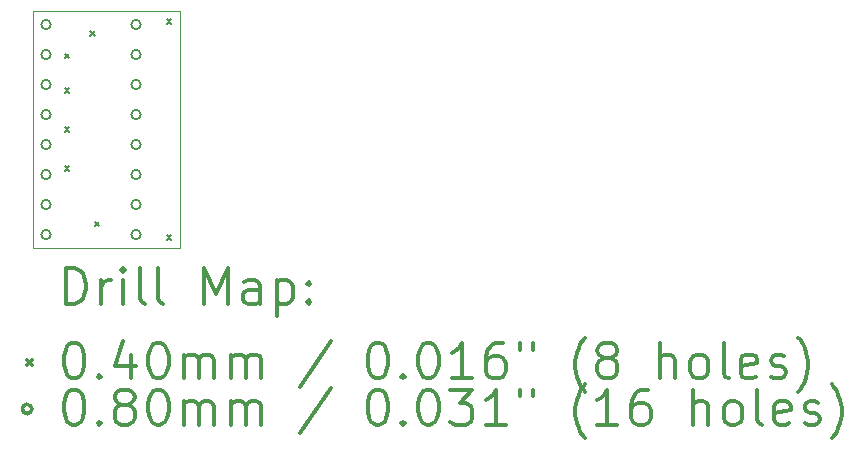
<source format=gbr>
%FSLAX45Y45*%
G04 Gerber Fmt 4.5, Leading zero omitted, Abs format (unit mm)*
G04 Created by KiCad (PCBNEW (5.1.5)-3) date 2020-06-23 04:08:37*
%MOMM*%
%LPD*%
G04 APERTURE LIST*
%TA.AperFunction,Profile*%
%ADD10C,0.120000*%
%TD*%
%ADD11C,0.200000*%
%ADD12C,0.300000*%
G04 APERTURE END LIST*
D10*
X11798300Y-9004300D02*
X11798300Y-6997700D01*
X10553700Y-9004300D02*
X11798300Y-9004300D01*
X10553700Y-6997700D02*
X10553700Y-9004300D01*
X11798300Y-6997700D02*
X10553700Y-6997700D01*
D11*
X10825800Y-7358700D02*
X10865800Y-7398700D01*
X10865800Y-7358700D02*
X10825800Y-7398700D01*
X10825800Y-7650800D02*
X10865800Y-7690800D01*
X10865800Y-7650800D02*
X10825800Y-7690800D01*
X10825800Y-7981000D02*
X10865800Y-8021000D01*
X10865800Y-7981000D02*
X10825800Y-8021000D01*
X10825800Y-8311200D02*
X10865800Y-8351200D01*
X10865800Y-8311200D02*
X10825800Y-8351200D01*
X11041700Y-7168200D02*
X11081700Y-7208200D01*
X11081700Y-7168200D02*
X11041700Y-7208200D01*
X11079800Y-8781100D02*
X11119800Y-8821100D01*
X11119800Y-8781100D02*
X11079800Y-8821100D01*
X11689400Y-7066600D02*
X11729400Y-7106600D01*
X11729400Y-7066600D02*
X11689400Y-7106600D01*
X11689400Y-8895400D02*
X11729400Y-8935400D01*
X11729400Y-8895400D02*
X11689400Y-8935400D01*
X10708000Y-7112000D02*
G75*
G03X10708000Y-7112000I-40000J0D01*
G01*
X10708000Y-7366000D02*
G75*
G03X10708000Y-7366000I-40000J0D01*
G01*
X10708000Y-7620000D02*
G75*
G03X10708000Y-7620000I-40000J0D01*
G01*
X10708000Y-7874000D02*
G75*
G03X10708000Y-7874000I-40000J0D01*
G01*
X10708000Y-8128000D02*
G75*
G03X10708000Y-8128000I-40000J0D01*
G01*
X10708000Y-8382000D02*
G75*
G03X10708000Y-8382000I-40000J0D01*
G01*
X10708000Y-8636000D02*
G75*
G03X10708000Y-8636000I-40000J0D01*
G01*
X10708000Y-8890000D02*
G75*
G03X10708000Y-8890000I-40000J0D01*
G01*
X11470000Y-7112000D02*
G75*
G03X11470000Y-7112000I-40000J0D01*
G01*
X11470000Y-7366000D02*
G75*
G03X11470000Y-7366000I-40000J0D01*
G01*
X11470000Y-7620000D02*
G75*
G03X11470000Y-7620000I-40000J0D01*
G01*
X11470000Y-7874000D02*
G75*
G03X11470000Y-7874000I-40000J0D01*
G01*
X11470000Y-8128000D02*
G75*
G03X11470000Y-8128000I-40000J0D01*
G01*
X11470000Y-8382000D02*
G75*
G03X11470000Y-8382000I-40000J0D01*
G01*
X11470000Y-8636000D02*
G75*
G03X11470000Y-8636000I-40000J0D01*
G01*
X11470000Y-8890000D02*
G75*
G03X11470000Y-8890000I-40000J0D01*
G01*
D12*
X10834128Y-9476014D02*
X10834128Y-9176014D01*
X10905557Y-9176014D01*
X10948414Y-9190300D01*
X10976986Y-9218872D01*
X10991271Y-9247443D01*
X11005557Y-9304586D01*
X11005557Y-9347443D01*
X10991271Y-9404586D01*
X10976986Y-9433157D01*
X10948414Y-9461729D01*
X10905557Y-9476014D01*
X10834128Y-9476014D01*
X11134128Y-9476014D02*
X11134128Y-9276014D01*
X11134128Y-9333157D02*
X11148414Y-9304586D01*
X11162700Y-9290300D01*
X11191271Y-9276014D01*
X11219843Y-9276014D01*
X11319843Y-9476014D02*
X11319843Y-9276014D01*
X11319843Y-9176014D02*
X11305557Y-9190300D01*
X11319843Y-9204586D01*
X11334128Y-9190300D01*
X11319843Y-9176014D01*
X11319843Y-9204586D01*
X11505557Y-9476014D02*
X11476986Y-9461729D01*
X11462700Y-9433157D01*
X11462700Y-9176014D01*
X11662700Y-9476014D02*
X11634128Y-9461729D01*
X11619843Y-9433157D01*
X11619843Y-9176014D01*
X12005557Y-9476014D02*
X12005557Y-9176014D01*
X12105557Y-9390300D01*
X12205557Y-9176014D01*
X12205557Y-9476014D01*
X12476986Y-9476014D02*
X12476986Y-9318872D01*
X12462700Y-9290300D01*
X12434128Y-9276014D01*
X12376986Y-9276014D01*
X12348414Y-9290300D01*
X12476986Y-9461729D02*
X12448414Y-9476014D01*
X12376986Y-9476014D01*
X12348414Y-9461729D01*
X12334128Y-9433157D01*
X12334128Y-9404586D01*
X12348414Y-9376014D01*
X12376986Y-9361729D01*
X12448414Y-9361729D01*
X12476986Y-9347443D01*
X12619843Y-9276014D02*
X12619843Y-9576014D01*
X12619843Y-9290300D02*
X12648414Y-9276014D01*
X12705557Y-9276014D01*
X12734128Y-9290300D01*
X12748414Y-9304586D01*
X12762700Y-9333157D01*
X12762700Y-9418872D01*
X12748414Y-9447443D01*
X12734128Y-9461729D01*
X12705557Y-9476014D01*
X12648414Y-9476014D01*
X12619843Y-9461729D01*
X12891271Y-9447443D02*
X12905557Y-9461729D01*
X12891271Y-9476014D01*
X12876986Y-9461729D01*
X12891271Y-9447443D01*
X12891271Y-9476014D01*
X12891271Y-9290300D02*
X12905557Y-9304586D01*
X12891271Y-9318872D01*
X12876986Y-9304586D01*
X12891271Y-9290300D01*
X12891271Y-9318872D01*
X10507700Y-9950300D02*
X10547700Y-9990300D01*
X10547700Y-9950300D02*
X10507700Y-9990300D01*
X10891271Y-9806014D02*
X10919843Y-9806014D01*
X10948414Y-9820300D01*
X10962700Y-9834586D01*
X10976986Y-9863157D01*
X10991271Y-9920300D01*
X10991271Y-9991729D01*
X10976986Y-10048872D01*
X10962700Y-10077443D01*
X10948414Y-10091729D01*
X10919843Y-10106014D01*
X10891271Y-10106014D01*
X10862700Y-10091729D01*
X10848414Y-10077443D01*
X10834128Y-10048872D01*
X10819843Y-9991729D01*
X10819843Y-9920300D01*
X10834128Y-9863157D01*
X10848414Y-9834586D01*
X10862700Y-9820300D01*
X10891271Y-9806014D01*
X11119843Y-10077443D02*
X11134128Y-10091729D01*
X11119843Y-10106014D01*
X11105557Y-10091729D01*
X11119843Y-10077443D01*
X11119843Y-10106014D01*
X11391271Y-9906014D02*
X11391271Y-10106014D01*
X11319843Y-9791729D02*
X11248414Y-10006014D01*
X11434128Y-10006014D01*
X11605557Y-9806014D02*
X11634128Y-9806014D01*
X11662700Y-9820300D01*
X11676986Y-9834586D01*
X11691271Y-9863157D01*
X11705557Y-9920300D01*
X11705557Y-9991729D01*
X11691271Y-10048872D01*
X11676986Y-10077443D01*
X11662700Y-10091729D01*
X11634128Y-10106014D01*
X11605557Y-10106014D01*
X11576986Y-10091729D01*
X11562700Y-10077443D01*
X11548414Y-10048872D01*
X11534128Y-9991729D01*
X11534128Y-9920300D01*
X11548414Y-9863157D01*
X11562700Y-9834586D01*
X11576986Y-9820300D01*
X11605557Y-9806014D01*
X11834128Y-10106014D02*
X11834128Y-9906014D01*
X11834128Y-9934586D02*
X11848414Y-9920300D01*
X11876986Y-9906014D01*
X11919843Y-9906014D01*
X11948414Y-9920300D01*
X11962700Y-9948872D01*
X11962700Y-10106014D01*
X11962700Y-9948872D02*
X11976986Y-9920300D01*
X12005557Y-9906014D01*
X12048414Y-9906014D01*
X12076986Y-9920300D01*
X12091271Y-9948872D01*
X12091271Y-10106014D01*
X12234128Y-10106014D02*
X12234128Y-9906014D01*
X12234128Y-9934586D02*
X12248414Y-9920300D01*
X12276986Y-9906014D01*
X12319843Y-9906014D01*
X12348414Y-9920300D01*
X12362700Y-9948872D01*
X12362700Y-10106014D01*
X12362700Y-9948872D02*
X12376986Y-9920300D01*
X12405557Y-9906014D01*
X12448414Y-9906014D01*
X12476986Y-9920300D01*
X12491271Y-9948872D01*
X12491271Y-10106014D01*
X13076986Y-9791729D02*
X12819843Y-10177443D01*
X13462700Y-9806014D02*
X13491271Y-9806014D01*
X13519843Y-9820300D01*
X13534128Y-9834586D01*
X13548414Y-9863157D01*
X13562700Y-9920300D01*
X13562700Y-9991729D01*
X13548414Y-10048872D01*
X13534128Y-10077443D01*
X13519843Y-10091729D01*
X13491271Y-10106014D01*
X13462700Y-10106014D01*
X13434128Y-10091729D01*
X13419843Y-10077443D01*
X13405557Y-10048872D01*
X13391271Y-9991729D01*
X13391271Y-9920300D01*
X13405557Y-9863157D01*
X13419843Y-9834586D01*
X13434128Y-9820300D01*
X13462700Y-9806014D01*
X13691271Y-10077443D02*
X13705557Y-10091729D01*
X13691271Y-10106014D01*
X13676986Y-10091729D01*
X13691271Y-10077443D01*
X13691271Y-10106014D01*
X13891271Y-9806014D02*
X13919843Y-9806014D01*
X13948414Y-9820300D01*
X13962700Y-9834586D01*
X13976986Y-9863157D01*
X13991271Y-9920300D01*
X13991271Y-9991729D01*
X13976986Y-10048872D01*
X13962700Y-10077443D01*
X13948414Y-10091729D01*
X13919843Y-10106014D01*
X13891271Y-10106014D01*
X13862700Y-10091729D01*
X13848414Y-10077443D01*
X13834128Y-10048872D01*
X13819843Y-9991729D01*
X13819843Y-9920300D01*
X13834128Y-9863157D01*
X13848414Y-9834586D01*
X13862700Y-9820300D01*
X13891271Y-9806014D01*
X14276986Y-10106014D02*
X14105557Y-10106014D01*
X14191271Y-10106014D02*
X14191271Y-9806014D01*
X14162700Y-9848872D01*
X14134128Y-9877443D01*
X14105557Y-9891729D01*
X14534128Y-9806014D02*
X14476986Y-9806014D01*
X14448414Y-9820300D01*
X14434128Y-9834586D01*
X14405557Y-9877443D01*
X14391271Y-9934586D01*
X14391271Y-10048872D01*
X14405557Y-10077443D01*
X14419843Y-10091729D01*
X14448414Y-10106014D01*
X14505557Y-10106014D01*
X14534128Y-10091729D01*
X14548414Y-10077443D01*
X14562700Y-10048872D01*
X14562700Y-9977443D01*
X14548414Y-9948872D01*
X14534128Y-9934586D01*
X14505557Y-9920300D01*
X14448414Y-9920300D01*
X14419843Y-9934586D01*
X14405557Y-9948872D01*
X14391271Y-9977443D01*
X14676986Y-9806014D02*
X14676986Y-9863157D01*
X14791271Y-9806014D02*
X14791271Y-9863157D01*
X15234128Y-10220300D02*
X15219843Y-10206014D01*
X15191271Y-10163157D01*
X15176986Y-10134586D01*
X15162700Y-10091729D01*
X15148414Y-10020300D01*
X15148414Y-9963157D01*
X15162700Y-9891729D01*
X15176986Y-9848872D01*
X15191271Y-9820300D01*
X15219843Y-9777443D01*
X15234128Y-9763157D01*
X15391271Y-9934586D02*
X15362700Y-9920300D01*
X15348414Y-9906014D01*
X15334128Y-9877443D01*
X15334128Y-9863157D01*
X15348414Y-9834586D01*
X15362700Y-9820300D01*
X15391271Y-9806014D01*
X15448414Y-9806014D01*
X15476986Y-9820300D01*
X15491271Y-9834586D01*
X15505557Y-9863157D01*
X15505557Y-9877443D01*
X15491271Y-9906014D01*
X15476986Y-9920300D01*
X15448414Y-9934586D01*
X15391271Y-9934586D01*
X15362700Y-9948872D01*
X15348414Y-9963157D01*
X15334128Y-9991729D01*
X15334128Y-10048872D01*
X15348414Y-10077443D01*
X15362700Y-10091729D01*
X15391271Y-10106014D01*
X15448414Y-10106014D01*
X15476986Y-10091729D01*
X15491271Y-10077443D01*
X15505557Y-10048872D01*
X15505557Y-9991729D01*
X15491271Y-9963157D01*
X15476986Y-9948872D01*
X15448414Y-9934586D01*
X15862700Y-10106014D02*
X15862700Y-9806014D01*
X15991271Y-10106014D02*
X15991271Y-9948872D01*
X15976986Y-9920300D01*
X15948414Y-9906014D01*
X15905557Y-9906014D01*
X15876986Y-9920300D01*
X15862700Y-9934586D01*
X16176986Y-10106014D02*
X16148414Y-10091729D01*
X16134128Y-10077443D01*
X16119843Y-10048872D01*
X16119843Y-9963157D01*
X16134128Y-9934586D01*
X16148414Y-9920300D01*
X16176986Y-9906014D01*
X16219843Y-9906014D01*
X16248414Y-9920300D01*
X16262700Y-9934586D01*
X16276986Y-9963157D01*
X16276986Y-10048872D01*
X16262700Y-10077443D01*
X16248414Y-10091729D01*
X16219843Y-10106014D01*
X16176986Y-10106014D01*
X16448414Y-10106014D02*
X16419843Y-10091729D01*
X16405557Y-10063157D01*
X16405557Y-9806014D01*
X16676986Y-10091729D02*
X16648414Y-10106014D01*
X16591271Y-10106014D01*
X16562700Y-10091729D01*
X16548414Y-10063157D01*
X16548414Y-9948872D01*
X16562700Y-9920300D01*
X16591271Y-9906014D01*
X16648414Y-9906014D01*
X16676986Y-9920300D01*
X16691271Y-9948872D01*
X16691271Y-9977443D01*
X16548414Y-10006014D01*
X16805557Y-10091729D02*
X16834128Y-10106014D01*
X16891271Y-10106014D01*
X16919843Y-10091729D01*
X16934128Y-10063157D01*
X16934128Y-10048872D01*
X16919843Y-10020300D01*
X16891271Y-10006014D01*
X16848414Y-10006014D01*
X16819843Y-9991729D01*
X16805557Y-9963157D01*
X16805557Y-9948872D01*
X16819843Y-9920300D01*
X16848414Y-9906014D01*
X16891271Y-9906014D01*
X16919843Y-9920300D01*
X17034128Y-10220300D02*
X17048414Y-10206014D01*
X17076986Y-10163157D01*
X17091271Y-10134586D01*
X17105557Y-10091729D01*
X17119843Y-10020300D01*
X17119843Y-9963157D01*
X17105557Y-9891729D01*
X17091271Y-9848872D01*
X17076986Y-9820300D01*
X17048414Y-9777443D01*
X17034128Y-9763157D01*
X10547700Y-10366300D02*
G75*
G03X10547700Y-10366300I-40000J0D01*
G01*
X10891271Y-10202014D02*
X10919843Y-10202014D01*
X10948414Y-10216300D01*
X10962700Y-10230586D01*
X10976986Y-10259157D01*
X10991271Y-10316300D01*
X10991271Y-10387729D01*
X10976986Y-10444872D01*
X10962700Y-10473443D01*
X10948414Y-10487729D01*
X10919843Y-10502014D01*
X10891271Y-10502014D01*
X10862700Y-10487729D01*
X10848414Y-10473443D01*
X10834128Y-10444872D01*
X10819843Y-10387729D01*
X10819843Y-10316300D01*
X10834128Y-10259157D01*
X10848414Y-10230586D01*
X10862700Y-10216300D01*
X10891271Y-10202014D01*
X11119843Y-10473443D02*
X11134128Y-10487729D01*
X11119843Y-10502014D01*
X11105557Y-10487729D01*
X11119843Y-10473443D01*
X11119843Y-10502014D01*
X11305557Y-10330586D02*
X11276986Y-10316300D01*
X11262700Y-10302014D01*
X11248414Y-10273443D01*
X11248414Y-10259157D01*
X11262700Y-10230586D01*
X11276986Y-10216300D01*
X11305557Y-10202014D01*
X11362700Y-10202014D01*
X11391271Y-10216300D01*
X11405557Y-10230586D01*
X11419843Y-10259157D01*
X11419843Y-10273443D01*
X11405557Y-10302014D01*
X11391271Y-10316300D01*
X11362700Y-10330586D01*
X11305557Y-10330586D01*
X11276986Y-10344872D01*
X11262700Y-10359157D01*
X11248414Y-10387729D01*
X11248414Y-10444872D01*
X11262700Y-10473443D01*
X11276986Y-10487729D01*
X11305557Y-10502014D01*
X11362700Y-10502014D01*
X11391271Y-10487729D01*
X11405557Y-10473443D01*
X11419843Y-10444872D01*
X11419843Y-10387729D01*
X11405557Y-10359157D01*
X11391271Y-10344872D01*
X11362700Y-10330586D01*
X11605557Y-10202014D02*
X11634128Y-10202014D01*
X11662700Y-10216300D01*
X11676986Y-10230586D01*
X11691271Y-10259157D01*
X11705557Y-10316300D01*
X11705557Y-10387729D01*
X11691271Y-10444872D01*
X11676986Y-10473443D01*
X11662700Y-10487729D01*
X11634128Y-10502014D01*
X11605557Y-10502014D01*
X11576986Y-10487729D01*
X11562700Y-10473443D01*
X11548414Y-10444872D01*
X11534128Y-10387729D01*
X11534128Y-10316300D01*
X11548414Y-10259157D01*
X11562700Y-10230586D01*
X11576986Y-10216300D01*
X11605557Y-10202014D01*
X11834128Y-10502014D02*
X11834128Y-10302014D01*
X11834128Y-10330586D02*
X11848414Y-10316300D01*
X11876986Y-10302014D01*
X11919843Y-10302014D01*
X11948414Y-10316300D01*
X11962700Y-10344872D01*
X11962700Y-10502014D01*
X11962700Y-10344872D02*
X11976986Y-10316300D01*
X12005557Y-10302014D01*
X12048414Y-10302014D01*
X12076986Y-10316300D01*
X12091271Y-10344872D01*
X12091271Y-10502014D01*
X12234128Y-10502014D02*
X12234128Y-10302014D01*
X12234128Y-10330586D02*
X12248414Y-10316300D01*
X12276986Y-10302014D01*
X12319843Y-10302014D01*
X12348414Y-10316300D01*
X12362700Y-10344872D01*
X12362700Y-10502014D01*
X12362700Y-10344872D02*
X12376986Y-10316300D01*
X12405557Y-10302014D01*
X12448414Y-10302014D01*
X12476986Y-10316300D01*
X12491271Y-10344872D01*
X12491271Y-10502014D01*
X13076986Y-10187729D02*
X12819843Y-10573443D01*
X13462700Y-10202014D02*
X13491271Y-10202014D01*
X13519843Y-10216300D01*
X13534128Y-10230586D01*
X13548414Y-10259157D01*
X13562700Y-10316300D01*
X13562700Y-10387729D01*
X13548414Y-10444872D01*
X13534128Y-10473443D01*
X13519843Y-10487729D01*
X13491271Y-10502014D01*
X13462700Y-10502014D01*
X13434128Y-10487729D01*
X13419843Y-10473443D01*
X13405557Y-10444872D01*
X13391271Y-10387729D01*
X13391271Y-10316300D01*
X13405557Y-10259157D01*
X13419843Y-10230586D01*
X13434128Y-10216300D01*
X13462700Y-10202014D01*
X13691271Y-10473443D02*
X13705557Y-10487729D01*
X13691271Y-10502014D01*
X13676986Y-10487729D01*
X13691271Y-10473443D01*
X13691271Y-10502014D01*
X13891271Y-10202014D02*
X13919843Y-10202014D01*
X13948414Y-10216300D01*
X13962700Y-10230586D01*
X13976986Y-10259157D01*
X13991271Y-10316300D01*
X13991271Y-10387729D01*
X13976986Y-10444872D01*
X13962700Y-10473443D01*
X13948414Y-10487729D01*
X13919843Y-10502014D01*
X13891271Y-10502014D01*
X13862700Y-10487729D01*
X13848414Y-10473443D01*
X13834128Y-10444872D01*
X13819843Y-10387729D01*
X13819843Y-10316300D01*
X13834128Y-10259157D01*
X13848414Y-10230586D01*
X13862700Y-10216300D01*
X13891271Y-10202014D01*
X14091271Y-10202014D02*
X14276986Y-10202014D01*
X14176986Y-10316300D01*
X14219843Y-10316300D01*
X14248414Y-10330586D01*
X14262700Y-10344872D01*
X14276986Y-10373443D01*
X14276986Y-10444872D01*
X14262700Y-10473443D01*
X14248414Y-10487729D01*
X14219843Y-10502014D01*
X14134128Y-10502014D01*
X14105557Y-10487729D01*
X14091271Y-10473443D01*
X14562700Y-10502014D02*
X14391271Y-10502014D01*
X14476986Y-10502014D02*
X14476986Y-10202014D01*
X14448414Y-10244872D01*
X14419843Y-10273443D01*
X14391271Y-10287729D01*
X14676986Y-10202014D02*
X14676986Y-10259157D01*
X14791271Y-10202014D02*
X14791271Y-10259157D01*
X15234128Y-10616300D02*
X15219843Y-10602014D01*
X15191271Y-10559157D01*
X15176986Y-10530586D01*
X15162700Y-10487729D01*
X15148414Y-10416300D01*
X15148414Y-10359157D01*
X15162700Y-10287729D01*
X15176986Y-10244872D01*
X15191271Y-10216300D01*
X15219843Y-10173443D01*
X15234128Y-10159157D01*
X15505557Y-10502014D02*
X15334128Y-10502014D01*
X15419843Y-10502014D02*
X15419843Y-10202014D01*
X15391271Y-10244872D01*
X15362700Y-10273443D01*
X15334128Y-10287729D01*
X15762700Y-10202014D02*
X15705557Y-10202014D01*
X15676986Y-10216300D01*
X15662700Y-10230586D01*
X15634128Y-10273443D01*
X15619843Y-10330586D01*
X15619843Y-10444872D01*
X15634128Y-10473443D01*
X15648414Y-10487729D01*
X15676986Y-10502014D01*
X15734128Y-10502014D01*
X15762700Y-10487729D01*
X15776986Y-10473443D01*
X15791271Y-10444872D01*
X15791271Y-10373443D01*
X15776986Y-10344872D01*
X15762700Y-10330586D01*
X15734128Y-10316300D01*
X15676986Y-10316300D01*
X15648414Y-10330586D01*
X15634128Y-10344872D01*
X15619843Y-10373443D01*
X16148414Y-10502014D02*
X16148414Y-10202014D01*
X16276986Y-10502014D02*
X16276986Y-10344872D01*
X16262700Y-10316300D01*
X16234128Y-10302014D01*
X16191271Y-10302014D01*
X16162700Y-10316300D01*
X16148414Y-10330586D01*
X16462700Y-10502014D02*
X16434128Y-10487729D01*
X16419843Y-10473443D01*
X16405557Y-10444872D01*
X16405557Y-10359157D01*
X16419843Y-10330586D01*
X16434128Y-10316300D01*
X16462700Y-10302014D01*
X16505557Y-10302014D01*
X16534128Y-10316300D01*
X16548414Y-10330586D01*
X16562700Y-10359157D01*
X16562700Y-10444872D01*
X16548414Y-10473443D01*
X16534128Y-10487729D01*
X16505557Y-10502014D01*
X16462700Y-10502014D01*
X16734128Y-10502014D02*
X16705557Y-10487729D01*
X16691271Y-10459157D01*
X16691271Y-10202014D01*
X16962700Y-10487729D02*
X16934128Y-10502014D01*
X16876986Y-10502014D01*
X16848414Y-10487729D01*
X16834128Y-10459157D01*
X16834128Y-10344872D01*
X16848414Y-10316300D01*
X16876986Y-10302014D01*
X16934128Y-10302014D01*
X16962700Y-10316300D01*
X16976986Y-10344872D01*
X16976986Y-10373443D01*
X16834128Y-10402014D01*
X17091271Y-10487729D02*
X17119843Y-10502014D01*
X17176986Y-10502014D01*
X17205557Y-10487729D01*
X17219843Y-10459157D01*
X17219843Y-10444872D01*
X17205557Y-10416300D01*
X17176986Y-10402014D01*
X17134128Y-10402014D01*
X17105557Y-10387729D01*
X17091271Y-10359157D01*
X17091271Y-10344872D01*
X17105557Y-10316300D01*
X17134128Y-10302014D01*
X17176986Y-10302014D01*
X17205557Y-10316300D01*
X17319843Y-10616300D02*
X17334128Y-10602014D01*
X17362700Y-10559157D01*
X17376986Y-10530586D01*
X17391271Y-10487729D01*
X17405557Y-10416300D01*
X17405557Y-10359157D01*
X17391271Y-10287729D01*
X17376986Y-10244872D01*
X17362700Y-10216300D01*
X17334128Y-10173443D01*
X17319843Y-10159157D01*
M02*

</source>
